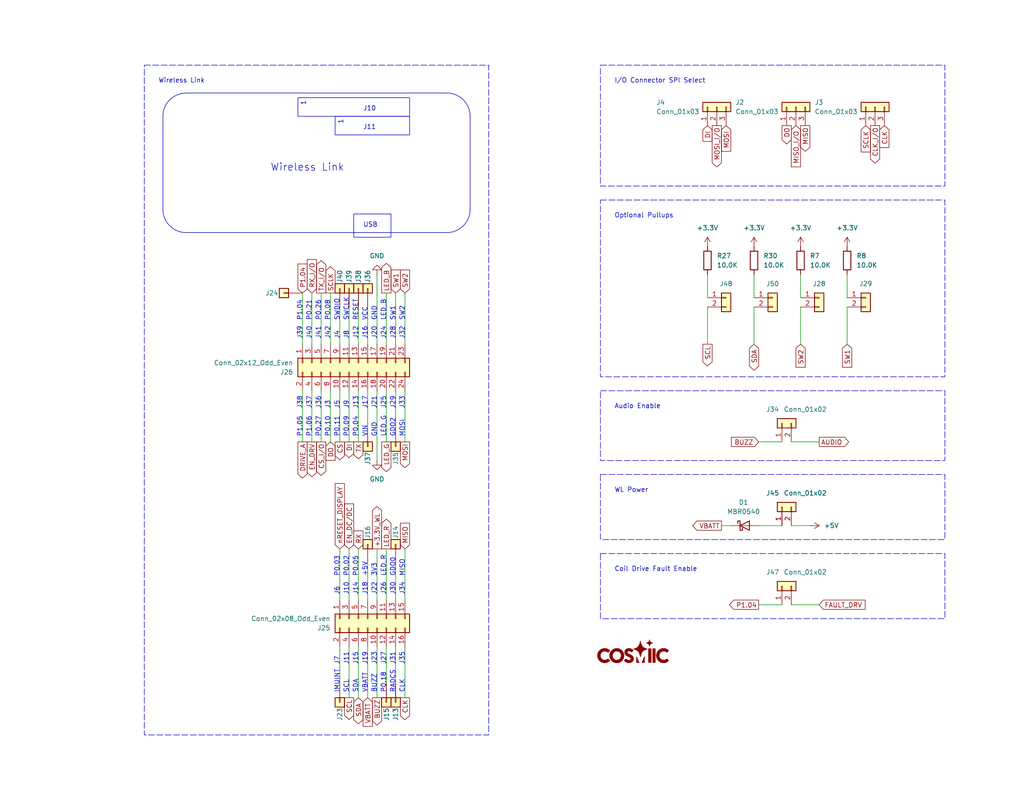
<source format=kicad_sch>
(kicad_sch (version 20231120) (generator "eeschema") (generator_version "8.0")
  (paper "A")
  (title_block (title "Smart Battery Charger - Wireless Link") (date "2025-04-14") (rev "A"))
  (lib_symbols
    (symbol "COSMiiC-1000:LOGO" (pin_names (offset 1.016)))
    (symbol "Conn_01x01_1" (pin_numbers hide) (pin_names (offset 1.016) hide)
      (property "Reference" "J" (at 0 2.54 0))
      (property "Value" "Conn_01x01" (at 0 -2.54 0))
      (symbol "Conn_01x01_1_1_1"
        (pin passive line (at -5.08 0 0) (length 3.81) (name "Pin_1") (number "1"))
      )
    )
    (symbol "Conn_01x01_2" (pin_numbers hide) (pin_names (offset 1.016) hide)
      (property "Reference" "J" (at 0 2.54 0))
      (property "Value" "Conn_01x01" (at 0 -2.54 0))
      (symbol "Conn_01x01_2_1_1"
        (pin passive line (at -5.08 0 0) (length 3.81) (name "Pin_1") (number "1"))
      )
    )
    (symbol "Conn_01x01_3" (pin_numbers hide) (pin_names (offset 1.016) hide)
      (property "Reference" "J" (at 0 2.54 0))
      (property "Value" "Conn_01x01" (at 0 -2.54 0))
      (symbol "Conn_01x01_3_1_1"
        (pin passive line (at -5.08 0 0) (length 3.81) (name "Pin_1") (number "1"))
      )
    )
    (symbol "Connector_Generic:Conn_01x01" (pin_numbers hide) (pin_names (offset 1.016) hide)
      (property "Reference" "J" (at 0 2.54 0))
      (property "Value" "Conn_01x01" (at 0 -2.54 0))
      (symbol "Conn_01x01_1_1"
        (pin passive line (at -5.08 0 0) (length 3.81) (name "Pin_1") (number "1"))
      )
    )
    (symbol "Connector_Generic:Conn_01x02" (pin_names (offset 1.016) hide)
      (property "Reference" "J" (at 0 2.54 0))
      (property "Value" "Conn_01x02" (at 0 -5.08 0))
      (symbol "Conn_01x02_1_1"
        (pin passive line (at -5.08 0 0) (length 3.81) (name "Pin_1") (number "1"))
        (pin passive line (at -5.08 -2.54 0) (length 3.81) (name "Pin_2") (number "2"))
      )
    )
    (symbol "Connector_Generic:Conn_01x03" (pin_names (offset 1.016) hide)
      (property "Reference" "J" (at 0 5.08 0))
      (property "Value" "Conn_01x03" (at 0 -5.08 0))
      (symbol "Conn_01x03_1_1"
        (pin passive line (at -5.08 2.54 0) (length 3.81) (name "Pin_1") (number "1"))
        (pin passive line (at -5.08 0 0) (length 3.81) (name "Pin_2") (number "2"))
        (pin passive line (at -5.08 -2.54 0) (length 3.81) (name "Pin_3") (number "3"))
      )
    )
    (symbol "Connector_Generic:Conn_02x08_Odd_Even" (pin_names (offset 1.016) hide)
      (property "Reference" "J" (at 1.27 10.16 0))
      (property "Value" "Conn_02x08_Odd_Even" (at 1.27 -12.7 0))
      (symbol "Conn_02x08_Odd_Even_1_1"
        (pin passive line (at -5.08 7.62 0) (length 3.81) (name "Pin_1") (number "1"))
        (pin passive line (at 7.62 -2.54 180) (length 3.81) (name "Pin_10") (number "10"))
        (pin passive line (at -5.08 -5.08 0) (length 3.81) (name "Pin_11") (number "11"))
        (pin passive line (at 7.62 -5.08 180) (length 3.81) (name "Pin_12") (number "12"))
        (pin passive line (at -5.08 -7.62 0) (length 3.81) (name "Pin_13") (number "13"))
        (pin passive line (at 7.62 -7.62 180) (length 3.81) (name "Pin_14") (number "14"))
        (pin passive line (at -5.08 -10.16 0) (length 3.81) (name "Pin_15") (number "15"))
        (pin passive line (at 7.62 -10.16 180) (length 3.81) (name "Pin_16") (number "16"))
        (pin passive line (at 7.62 7.62 180) (length 3.81) (name "Pin_2") (number "2"))
        (pin passive line (at -5.08 5.08 0) (length 3.81) (name "Pin_3") (number "3"))
        (pin passive line (at 7.62 5.08 180) (length 3.81) (name "Pin_4") (number "4"))
        (pin passive line (at -5.08 2.54 0) (length 3.81) (name "Pin_5") (number "5"))
        (pin passive line (at 7.62 2.54 180) (length 3.81) (name "Pin_6") (number "6"))
        (pin passive line (at -5.08 0 0) (length 3.81) (name "Pin_7") (number "7"))
        (pin passive line (at 7.62 0 180) (length 3.81) (name "Pin_8") (number "8"))
        (pin passive line (at -5.08 -2.54 0) (length 3.81) (name "Pin_9") (number "9"))
      )
    )
    (symbol "Connector_Generic:Conn_02x12_Odd_Even" (pin_names (offset 1.016) hide)
      (property "Reference" "J" (at 1.27 15.24 0))
      (property "Value" "Conn_02x12_Odd_Even" (at 1.27 -17.78 0))
      (symbol "Conn_02x12_Odd_Even_1_1"
        (pin passive line (at -5.08 12.7 0) (length 3.81) (name "Pin_1") (number "1"))
        (pin passive line (at 7.62 2.54 180) (length 3.81) (name "Pin_10") (number "10"))
        (pin passive line (at -5.08 0 0) (length 3.81) (name "Pin_11") (number "11"))
        (pin passive line (at 7.62 0 180) (length 3.81) (name "Pin_12") (number "12"))
        (pin passive line (at -5.08 -2.54 0) (length 3.81) (name "Pin_13") (number "13"))
        (pin passive line (at 7.62 -2.54 180) (length 3.81) (name "Pin_14") (number "14"))
        (pin passive line (at -5.08 -5.08 0) (length 3.81) (name "Pin_15") (number "15"))
        (pin passive line (at 7.62 -5.08 180) (length 3.81) (name "Pin_16") (number "16"))
        (pin passive line (at -5.08 -7.62 0) (length 3.81) (name "Pin_17") (number "17"))
        (pin passive line (at 7.62 -7.62 180) (length 3.81) (name "Pin_18") (number "18"))
        (pin passive line (at -5.08 -10.16 0) (length 3.81) (name "Pin_19") (number "19"))
        (pin passive line (at 7.62 12.7 180) (length 3.81) (name "Pin_2") (number "2"))
        (pin passive line (at 7.62 -10.16 180) (length 3.81) (name "Pin_20") (number "20"))
        (pin passive line (at -5.08 -12.7 0) (length 3.81) (name "Pin_21") (number "21"))
        (pin passive line (at 7.62 -12.7 180) (length 3.81) (name "Pin_22") (number "22"))
        (pin passive line (at -5.08 -15.24 0) (length 3.81) (name "Pin_23") (number "23"))
        (pin passive line (at 7.62 -15.24 180) (length 3.81) (name "Pin_24") (number "24"))
        (pin passive line (at -5.08 10.16 0) (length 3.81) (name "Pin_3") (number "3"))
        (pin passive line (at 7.62 10.16 180) (length 3.81) (name "Pin_4") (number "4"))
        (pin passive line (at -5.08 7.62 0) (length 3.81) (name "Pin_5") (number "5"))
        (pin passive line (at 7.62 7.62 180) (length 3.81) (name "Pin_6") (number "6"))
        (pin passive line (at -5.08 5.08 0) (length 3.81) (name "Pin_7") (number "7"))
        (pin passive line (at 7.62 5.08 180) (length 3.81) (name "Pin_8") (number "8"))
        (pin passive line (at -5.08 2.54 0) (length 3.81) (name "Pin_9") (number "9"))
      )
    )
    (symbol "Device:R" (pin_numbers hide) (pin_names (offset 0))
      (property "Reference" "R" (at 2.032 0 90))
      (property "Value" "R" (at 0 0 90))
      (symbol "R_1_1"
        (pin passive line (at 0 3.81 270) (length 1.27) (name "~") (number "1"))
        (pin passive line (at 0 -3.81 90) (length 1.27) (name "~") (number "2"))
      )
    )
    (symbol "Diode:MBR0540" (pin_numbers hide) (pin_names (offset 1.016) hide)
      (property "Reference" "D" (at 0 2.54 0))
      (property "Value" "MBR0540" (at 0 -2.54 0))
      (symbol "MBR0540_1_1"
        (pin passive line (at -3.81 0 0) (length 2.54) (name "K") (number "1"))
        (pin passive line (at 3.81 0 180) (length 2.54) (name "A") (number "2"))
      )
    )
    (symbol "power:+3.3V" (power) (pin_names (offset 0))
      (property "Value" "+3.3V" (at 0 3.556 0))
      (symbol "+3.3V_1_1"
        (pin power_in line (at 0 0 90) (length 0) hide (name "+3.3V") (number "1"))
      )
    )
    (symbol "power:+5V" (power) (pin_names (offset 0))
      (property "Value" "+5V" (at 0 3.556 0))
      (symbol "+5V_1_1"
        (pin power_in line (at 0 0 90) (length 0) hide (name "+5V") (number "1"))
      )
    )
    (symbol "power:GND" (power) (pin_names (offset 0))
      (property "Value" "GND" (at 0 -3.81 0))
      (symbol "GND_1_1"
        (pin power_in line (at 0 0 270) (length 0) hide (name "GND") (number "1"))
      )
    )
  )
  (wire (pts (xy 95.25 106.68) (xy 95.25 120.65)))
  (wire (pts (xy 231.14 74.93) (xy 231.14 81.28)))
  (wire (pts (xy 207.01 120.65) (xy 213.36 120.65)))
  (wire (pts (xy 100.33 176.53) (xy 100.33 190.5)))
  (wire (pts (xy 218.44 83.82) (xy 218.44 93.98)))
  (wire (pts (xy 105.41 176.53) (xy 105.41 186.69)))
  (wire (pts (xy 193.04 83.82) (xy 193.04 93.98)))
  (polyline (pts (xy 50.8 25.4) (xy 121.92 25.4)))
  (wire (pts (xy 205.74 83.82) (xy 205.74 93.98)))
  (wire (pts (xy 97.79 106.68) (xy 97.79 120.65)))
  (wire (pts (xy 102.87 149.86) (xy 102.87 163.83)))
  (wire (pts (xy 215.9 165.1) (xy 223.52 165.1)))
  (wire (pts (xy 82.55 80.01) (xy 82.55 93.98)))
  (wire (pts (xy 100.33 83.82) (xy 100.33 93.98)))
  (wire (pts (xy 218.44 74.93) (xy 218.44 81.28)))
  (wire (pts (xy 105.41 106.68) (xy 105.41 120.65)))
  (wire (pts (xy 100.33 153.67) (xy 100.33 163.83)))
  (wire (pts (xy 87.63 106.68) (xy 87.63 120.65)))
  (wire (pts (xy 110.49 149.86) (xy 110.49 163.83)))
  (wire (pts (xy 110.49 176.53) (xy 110.49 190.5)))
  (wire (pts (xy 107.95 80.01) (xy 107.95 93.98)))
  (wire (pts (xy 207.01 143.51) (xy 213.36 143.51)))
  (wire (pts (xy 193.04 74.93) (xy 193.04 81.28)))
  (wire (pts (xy 90.17 80.01) (xy 90.17 93.98)))
  (wire (pts (xy 102.87 74.93) (xy 102.87 93.98)))
  (wire (pts (xy 92.71 83.82) (xy 92.71 93.98)))
  (wire (pts (xy 110.49 106.68) (xy 110.49 120.65)))
  (wire (pts (xy 215.9 143.51) (xy 220.98 143.51)))
  (wire (pts (xy 92.71 149.86) (xy 92.71 163.83)))
  (polyline (pts (xy 128.27 31.75) (xy 128.27 57.15)))
  (wire (pts (xy 85.09 80.01) (xy 85.09 93.98)))
  (wire (pts (xy 87.63 80.01) (xy 87.63 93.98)))
  (wire (pts (xy 215.9 120.65) (xy 223.52 120.65)))
  (wire (pts (xy 92.71 176.53) (xy 92.71 186.69)))
  (wire (pts (xy 207.01 165.1) (xy 213.36 165.1)))
  (wire (pts (xy 95.25 176.53) (xy 95.25 190.5)))
  (wire (pts (xy 205.74 74.93) (xy 205.74 81.28)))
  (wire (pts (xy 90.17 106.68) (xy 90.17 120.65)))
  (wire (pts (xy 107.95 106.68) (xy 107.95 116.84)))
  (wire (pts (xy 97.79 176.53) (xy 97.79 190.5)))
  (wire (pts (xy 82.55 106.68) (xy 82.55 120.65)))
  (wire (pts (xy 95.25 83.82) (xy 95.25 93.98)))
  (wire (pts (xy 100.33 106.68) (xy 100.33 116.84)))
  (wire (pts (xy 102.87 176.53) (xy 102.87 190.5)))
  (wire (pts (xy 97.79 83.82) (xy 97.79 93.98)))
  (wire (pts (xy 92.71 106.68) (xy 92.71 120.65)))
  (wire (pts (xy 105.41 80.01) (xy 105.41 93.98)))
  (wire (pts (xy 105.41 149.86) (xy 105.41 163.83)))
  (wire (pts (xy 231.14 83.82) (xy 231.14 93.98)))
  (wire (pts (xy 95.25 149.86) (xy 95.25 163.83)))
  (polyline (pts (xy 44.45 31.75) (xy 44.45 57.15)))
  (polyline (pts (xy 50.8 63.5) (xy 121.92 63.5)))
  (wire (pts (xy 85.09 106.68) (xy 85.09 120.65)))
  (wire (pts (xy 102.87 106.68) (xy 102.87 125.73)))
  (wire (pts (xy 107.95 153.67) (xy 107.95 163.83)))
  (wire (pts (xy 97.79 149.86) (xy 97.79 163.83)))
  (wire (pts (xy 110.49 80.01) (xy 110.49 93.98)))
  (wire (pts (xy 107.95 176.53) (xy 107.95 186.69)))
  (wire (pts (xy 196.85 143.51) (xy 199.39 143.51)))
  (rectangle (start 163.83 129.54) (end 257.81 147.32) (stroke (width 0) (type dash)))
  (rectangle (start 163.83 54.61) (end 257.81 102.87) (stroke (width 0) (type dash)))
  (rectangle (start 39.37 17.78) (end 133.35 200.66) (stroke (width 0) (type dash)))
  (arc (start 44.45 31.75) (mid 46.311 27.261) (end 50.8 25.4))
  (arc (start 128.274 57.154) (mid 126.413 61.643) (end 121.924 63.504))
  (rectangle (start 96.52 58.42) (end 106.68 64.77))
  (rectangle (start 163.83 106.68) (end 257.81 125.73) (stroke (width 0) (type dash)))
  (rectangle (start 163.83 151.13) (end 257.81 168.91) (stroke (width 0) (type dash)))
  (rectangle (start 163.83 17.78) (end 257.81 50.8) (stroke (width 0) (type dash)))
  (rectangle (start 91.44 31.75) (end 111.76 36.83))
  (arc (start 50.796 63.504) (mid 46.307 61.643) (end 44.446 57.154))
  (rectangle (start 81.28 26.67) (end 111.76 31.75))
  (arc (start 121.924 25.396) (mid 126.413 27.257) (end 128.274 31.746))
  (text "J11" (at 95.25 181.61 90) (effects (font (size 1.27 1.27)) (justify left bottom)))
  (text "RESET" (at 97.79 87.63 90) (effects (font (size 1.27 1.27)) (justify left bottom)))
  (text "USB" (at 99.06 62.23 0) (effects (font (size 1.27 1.27)) (justify left bottom)))
  (text "SDA" (at 97.79 189.23 90) (effects (font (size 1.27 1.27)) (justify left bottom)))
  (text "MOSI" (at 110.49 119.38 90) (effects (font (size 1.27 1.27)) (justify left bottom)))
  (text "J31" (at 107.95 181.61 90) (effects (font (size 1.27 1.27)) (justify left bottom)))
  (text "J6" (at 92.71 162.56 90) (effects (font (size 1.27 1.27)) (justify left bottom)))
  (text "Wireless Link" (at 93.98 46.99 0) (effects (font (size 2.032 2.032)) (justify right bottom)))
  (text "VIN" (at 100.33 119.38 90) (effects (font (size 1.27 1.27)) (justify left bottom)))
  (text "J10" (at 99.06 30.48 0) (effects (font (size 1.27 1.27)) (justify left bottom)))
  (text "J18" (at 100.33 162.56 90) (effects (font (size 1.27 1.27)) (justify left bottom)))
  (text "J32" (at 110.49 92.71 90) (effects (font (size 1.27 1.27)) (justify left bottom)))
  (text "P0.10" (at 90.17 119.38 90) (effects (font (size 1.27 1.27)) (justify left bottom)))
  (text "P0.05" (at 97.79 157.48 90) (effects (font (size 1.27 1.27)) (justify left bottom)))
  (text "LED_R" (at 105.41 157.48 90) (effects (font (size 1.27 1.27)) (justify left bottom)))
  (text "J4" (at 92.71 92.71 90) (effects (font (size 1.27 1.27)) (justify left bottom)))
  (text "P1.06" (at 85.09 119.38 90) (effects (font (size 1.27 1.27)) (justify left bottom)))
  (text "SWDIO" (at 92.71 87.63 90) (effects (font (size 1.27 1.27)) (justify left bottom)))
  (text "J41" (at 87.63 92.71 90) (effects (font (size 1.27 1.27)) (justify left bottom)))
  (text "VCC" (at 100.33 87.63 90) (effects (font (size 1.27 1.27)) (justify left bottom)))
  (text "J25" (at 105.41 111.76 90) (effects (font (size 1.27 1.27)) (justify left bottom)))
  (text "J38" (at 82.55 111.76 90) (effects (font (size 1.27 1.27)) (justify left bottom)))
  (text "J19" (at 100.33 181.61 90) (effects (font (size 1.27 1.27)) (justify left bottom)))
  (text "GDO2" (at 107.95 119.38 90) (effects (font (size 1.27 1.27)) (justify left bottom)))
  (text "GND" (at 102.87 87.63 90) (effects (font (size 1.27 1.27)) (justify left bottom)))
  (text "J7" (at 92.71 181.61 90) (effects (font (size 1.27 1.27)) (justify left bottom)))
  (text "J22" (at 102.87 162.56 90) (effects (font (size 1.27 1.27)) (justify left bottom)))
  (text "Wireless Link" (at 43.18 22.86 0) (effects (font (size 1.27 1.27)) (justify left bottom)))
  (text "SCL" (at 95.25 189.23 90) (effects (font (size 1.27 1.27)) (justify left bottom)))
  (text "IMUINT" (at 92.71 189.23 90) (effects (font (size 1.27 1.27)) (justify left bottom)))
  (text "J40\n" (at 85.09 92.71 90) (effects (font (size 1.27 1.27)) (justify left bottom)))
  (text "Coil Drive Fault Enable" (at 167.64 156.21 0) (effects (font (size 1.27 1.27)) (justify left bottom)))
  (text "J30" (at 107.95 162.56 90) (effects (font (size 1.27 1.27)) (justify left bottom)))
  (text "P0.11" (at 92.71 119.38 90) (effects (font (size 1.27 1.27)) (justify left bottom)))
  (text "J28" (at 107.95 92.71 90) (effects (font (size 1.27 1.27)) (justify left bottom)))
  (text "P1.05" (at 82.55 119.38 90) (effects (font (size 1.27 1.27)) (justify left bottom)))
  (text "CLK" (at 110.49 189.23 90) (effects (font (size 1.27 1.27)) (justify left bottom)))
  (text "P0.02" (at 95.25 157.48 90) (effects (font (size 1.27 1.27)) (justify left bottom)))
  (text "J34" (at 110.49 162.56 90) (effects (font (size 1.27 1.27)) (justify left bottom)))
  (text "1" (at 83.566 28.956 90) (effects (font (size 1.27 1.27)) (justify left bottom)))
  (text "J21" (at 102.87 111.76 90) (effects (font (size 1.27 1.27)) (justify left bottom)))
  (text "J37" (at 85.09 111.76 90) (effects (font (size 1.27 1.27)) (justify left bottom)))
  (text "1" (at 93.726 34.036 90) (effects (font (size 1.27 1.27)) (justify left bottom)))
  (text "P0.08" (at 90.17 87.63 90) (effects (font (size 1.27 1.27)) (justify left bottom)))
  (text "I/O Connector SPI Select" (at 167.64 22.86 0) (effects (font (size 1.27 1.27)) (justify left bottom)))
  (text "SWCLK" (at 95.25 87.63 90) (effects (font (size 1.27 1.27)) (justify left bottom)))
  (text "GND" (at 102.87 119.38 90) (effects (font (size 1.27 1.27)) (justify left bottom)))
  (text "J12" (at 97.79 92.71 90) (effects (font (size 1.27 1.27)) (justify left bottom)))
  (text "J3" (at 90.17 111.76 90) (effects (font (size 1.27 1.27)) (justify left bottom)))
  (text "VBATT" (at 100.33 189.23 90) (effects (font (size 1.27 1.27)) (justify left bottom)))
  (text "J9" (at 95.25 111.76 90) (effects (font (size 1.27 1.27)) (justify left bottom)))
  (text "BUZZ" (at 102.87 189.23 90) (effects (font (size 1.27 1.27)) (justify left bottom)))
  (text "P0.21" (at 85.09 87.63 90) (effects (font (size 1.27 1.27)) (justify left bottom)))
  (text "J11" (at 99.06 35.56 0) (effects (font (size 1.27 1.27)) (justify left bottom)))
  (text "MISO" (at 110.49 157.48 90) (effects (font (size 1.27 1.27)) (justify left bottom)))
  (text "3V3" (at 102.87 157.48 90) (effects (font (size 1.27 1.27)) (justify left bottom)))
  (text "J26" (at 105.41 162.56 90) (effects (font (size 1.27 1.27)) (justify left bottom)))
  (text "WL Power" (at 167.64 134.62 0) (effects (font (size 1.27 1.27)) (justify left bottom)))
  (text "J10" (at 95.25 162.56 90) (effects (font (size 1.27 1.27)) (justify left bottom)))
  (text "P0.04" (at 97.79 119.38 90) (effects (font (size 1.27 1.27)) (justify left bottom)))
  (text "J24" (at 105.41 92.71 90) (effects (font (size 1.27 1.27)) (justify left bottom)))
  (text "P1.04" (at 82.55 87.63 90) (effects (font (size 1.27 1.27)) (justify left bottom)))
  (text "LED_G" (at 105.41 119.38 90) (effects (font (size 1.27 1.27)) (justify left bottom)))
  (text "P0.09" (at 95.25 119.38 90) (effects (font (size 1.27 1.27)) (justify left bottom)))
  (text "RADCS" (at 107.95 189.23 90) (effects (font (size 1.27 1.27)) (justify left bottom)))
  (text "J14" (at 97.79 162.56 90) (effects (font (size 1.27 1.27)) (justify left bottom)))
  (text "J17" (at 100.33 111.76 90) (effects (font (size 1.27 1.27)) (justify left bottom)))
  (text "SW2" (at 110.49 87.63 90) (effects (font (size 1.27 1.27)) (justify left bottom)))
  (text "Optional Pullups" (at 167.64 59.69 0) (effects (font (size 1.27 1.27)) (justify left bottom)))
  (text "J33" (at 110.49 111.76 90) (effects (font (size 1.27 1.27)) (justify left bottom)))
  (text "J35" (at 110.49 181.61 90) (effects (font (size 1.27 1.27)) (justify left bottom)))
  (text "J15" (at 97.79 181.61 90) (effects (font (size 1.27 1.27)) (justify left bottom)))
  (text "GDO0" (at 107.95 157.48 90) (effects (font (size 1.27 1.27)) (justify left bottom)))
  (text "J20" (at 102.87 92.71 90) (effects (font (size 1.27 1.27)) (justify left bottom)))
  (text "J13" (at 97.79 111.76 90) (effects (font (size 1.27 1.27)) (justify left bottom)))
  (text "J23" (at 102.87 181.61 90) (effects (font (size 1.27 1.27)) (justify left bottom)))
  (text "J16" (at 100.33 92.71 90) (effects (font (size 1.27 1.27)) (justify left bottom)))
  (text "J27" (at 105.41 181.61 90) (effects (font (size 1.27 1.27)) (justify left bottom)))
  (text "J29" (at 107.95 111.76 90) (effects (font (size 1.27 1.27)) (justify left bottom)))
  (text "P0.18" (at 105.41 189.23 90) (effects (font (size 1.27 1.27)) (justify left bottom)))
  (text "J8" (at 95.25 92.71 90) (effects (font (size 1.27 1.27)) (justify left bottom)))
  (text "J36" (at 87.63 111.76 90) (effects (font (size 1.27 1.27)) (justify left bottom)))
  (text "+5V" (at 100.33 157.48 90) (effects (font (size 1.27 1.27)) (justify left bottom)))
  (text "J42" (at 90.17 92.71 90) (effects (font (size 1.27 1.27)) (justify left bottom)))
  (text "J5" (at 92.71 111.76 90) (effects (font (size 1.27 1.27)) (justify left bottom)))
  (text "P0.03" (at 92.71 157.48 90) (effects (font (size 1.27 1.27)) (justify left bottom)))
  (text "LED_B" (at 105.41 87.63 90) (effects (font (size 1.27 1.27)) (justify left bottom)))
  (text "SW1" (at 107.95 87.63 90) (effects (font (size 1.27 1.27)) (justify left bottom)))
  (text "P0.26" (at 87.63 87.63 90) (effects (font (size 1.27 1.27)) (justify left bottom)))
  (text "Audio Enable" (at 167.64 111.76 0) (effects (font (size 1.27 1.27)) (justify left bottom)))
  (text "P0.27" (at 87.63 119.38 90) (effects (font (size 1.27 1.27)) (justify left bottom)))
  (text "J39" (at 82.55 92.71 90) (effects (font (size 1.27 1.27)) (justify left bottom)))
  (global_label "DO" (shape input) (at 90.17 120.65 270) (property "Intersheetrefs" "${INTERSHEET_REFS}" (effects (hide yes))))
  (global_label "RX_I{slash}O" (shape input) (at 85.09 80.01 90) (property "Intersheetrefs" "${INTERSHEET_REFS}" (effects (hide yes))))
  (global_label "MISO" (shape output) (at 219.71 34.29 270) (property "Intersheetrefs" "${INTERSHEET_REFS}" (effects (hide yes))))
  (global_label "EN_DC{slash}DC" (shape input) (at 95.25 149.86 90) (property "Intersheetrefs" "${INTERSHEET_REFS}" (effects (hide yes))))
  (global_label "CS_I{slash}O" (shape output) (at 87.63 120.65 270) (property "Intersheetrefs" "${INTERSHEET_REFS}" (effects (hide yes))))
  (global_label "SCL" (shape output) (at 193.04 93.98 270) (property "Intersheetrefs" "${INTERSHEET_REFS}" (effects (hide yes))))
  (global_label "BUZZ" (shape input) (at 207.01 120.65 180) (property "Intersheetrefs" "${INTERSHEET_REFS}" (effects (hide yes))))
  (global_label "CLK_I{slash}O" (shape output) (at 238.76 34.29 270) (property "Intersheetrefs" "${INTERSHEET_REFS}" (effects (hide yes))))
  (global_label "VBATT" (shape input) (at 100.33 190.5 270) (property "Intersheetrefs" "${INTERSHEET_REFS}" (effects (hide yes))))
  (global_label "MOSI" (shape input) (at 198.12 34.29 270) (property "Intersheetrefs" "${INTERSHEET_REFS}" (effects (hide yes))))
  (global_label "CLK" (shape input) (at 241.3 34.29 270) (property "Intersheetrefs" "${INTERSHEET_REFS}" (effects (hide yes))))
  (global_label "EN_DRV" (shape output) (at 85.09 120.65 270) (property "Intersheetrefs" "${INTERSHEET_REFS}" (effects (hide yes))))
  (global_label "SCLK" (shape input) (at 236.22 34.29 270) (property "Intersheetrefs" "${INTERSHEET_REFS}" (effects (hide yes))))
  (global_label "RX" (shape input) (at 97.79 149.86 90) (property "Intersheetrefs" "${INTERSHEET_REFS}" (effects (hide yes))))
  (global_label "P1.04" (shape input) (at 82.55 80.01 90) (property "Intersheetrefs" "${INTERSHEET_REFS}" (effects (hide yes))))
  (global_label "LED_B" (shape output) (at 105.41 80.01 90) (property "Intersheetrefs" "${INTERSHEET_REFS}" (effects (hide yes))))
  (global_label "MISO_I{slash}O" (shape input) (at 217.17 34.29 270) (property "Intersheetrefs" "${INTERSHEET_REFS}" (effects (hide yes))))
  (global_label "CS" (shape output) (at 92.71 120.65 270) (property "Intersheetrefs" "${INTERSHEET_REFS}" (effects (hide yes))))
  (global_label "TX_I{slash}O" (shape output) (at 87.63 80.01 90) (property "Intersheetrefs" "${INTERSHEET_REFS}" (effects (hide yes))))
  (global_label "FAULT_DRV" (shape input) (at 223.52 165.1 0) (property "Intersheetrefs" "${INTERSHEET_REFS}" (effects (hide yes))))
  (global_label "DI" (shape output) (at 95.25 120.65 270) (property "Intersheetrefs" "${INTERSHEET_REFS}" (effects (hide yes))))
  (global_label "SDA" (shape bidirectional) (at 97.79 190.5 270) (property "Intersheetrefs" "${INTERSHEET_REFS}" (effects (hide yes))))
  (global_label "P1.04" (shape output) (at 207.01 165.1 180) (property "Intersheetrefs" "${INTERSHEET_REFS}" (effects (hide yes))))
  (global_label "SDA" (shape bidirectional) (at 205.74 93.98 270) (property "Intersheetrefs" "${INTERSHEET_REFS}" (effects (hide yes))))
  (global_label "LED_R" (shape output) (at 105.41 149.86 90) (property "Intersheetrefs" "${INTERSHEET_REFS}" (effects (hide yes))))
  (global_label "VBATT" (shape output) (at 196.85 143.51 180) (property "Intersheetrefs" "${INTERSHEET_REFS}" (effects (hide yes))))
  (global_label "MISO" (shape input) (at 110.49 149.86 90) (property "Intersheetrefs" "${INTERSHEET_REFS}" (effects (hide yes))))
  (global_label "DO" (shape output) (at 214.63 34.29 270) (property "Intersheetrefs" "${INTERSHEET_REFS}" (effects (hide yes))))
  (global_label "AUDIO" (shape output) (at 223.52 120.65 0) (property "Intersheetrefs" "${INTERSHEET_REFS}" (effects (hide yes))))
  (global_label "DRIVE_A" (shape output) (at 82.55 120.65 270) (property "Intersheetrefs" "${INTERSHEET_REFS}" (effects (hide yes))))
  (global_label "SW1" (shape input) (at 107.95 80.01 90) (property "Intersheetrefs" "${INTERSHEET_REFS}" (effects (hide yes))))
  (global_label "MOSI_I{slash}O" (shape output) (at 195.58 34.29 270) (property "Intersheetrefs" "${INTERSHEET_REFS}" (effects (hide yes))))
  (global_label "SW2" (shape input) (at 218.44 93.98 270) (property "Intersheetrefs" "${INTERSHEET_REFS}" (effects (hide yes))))
  (global_label "MOSI" (shape output) (at 110.49 120.65 270) (property "Intersheetrefs" "${INTERSHEET_REFS}" (effects (hide yes))))
  (global_label "TX" (shape output) (at 97.79 120.65 270) (property "Intersheetrefs" "${INTERSHEET_REFS}" (effects (hide yes))))
  (global_label "nRESET_DISPLAY" (shape input) (at 92.71 149.86 90) (property "Intersheetrefs" "${INTERSHEET_REFS}" (effects (hide yes))))
  (global_label "BUZZ" (shape output) (at 102.87 190.5 270) (property "Intersheetrefs" "${INTERSHEET_REFS}" (effects (hide yes))))
  (global_label "DI" (shape input) (at 193.04 34.29 270) (property "Intersheetrefs" "${INTERSHEET_REFS}" (effects (hide yes))))
  (global_label "SW2" (shape input) (at 110.49 80.01 90) (property "Intersheetrefs" "${INTERSHEET_REFS}" (effects (hide yes))))
  (global_label "CLK" (shape output) (at 110.49 190.5 270) (property "Intersheetrefs" "${INTERSHEET_REFS}" (effects (hide yes))))
  (global_label "SCLK" (shape output) (at 90.17 80.01 90) (property "Intersheetrefs" "${INTERSHEET_REFS}" (effects (hide yes))))
  (global_label "+3.3V_WL" (shape output) (at 102.87 149.86 90) (property "Intersheetrefs" "${INTERSHEET_REFS}" (effects (hide yes))))
  (global_label "SCL" (shape output) (at 95.25 190.5 270) (property "Intersheetrefs" "${INTERSHEET_REFS}" (effects (hide yes))))
  (global_label "LED_G" (shape output) (at 105.41 120.65 270) (property "Intersheetrefs" "${INTERSHEET_REFS}" (effects (hide yes))))
  (global_label "SW1" (shape input) (at 231.14 93.98 270) (property "Intersheetrefs" "${INTERSHEET_REFS}" (effects (hide yes))))
  (symbol (lib_id "Device:R") (at 218.44 71.12 0) (unit 1)
    (property "Reference" "R7" (at 220.98 69.85 0) (effects (justify left)))
    (property "Value" "10.0K" (at 220.98 72.39 0) (effects (justify left)))
    (property "Footprint" "Resistor_SMD:R_0603_1608Metric" (effects (hide yes)))
  )
  (symbol (lib_name "Conn_01x01_3") (lib_id "Connector_Generic:Conn_01x01") (at 95.25 78.74 90) (unit 1)
    (property "Reference" "J39" (at 95.25 73.66 0) (effects (justify right)))
    (property "Value" "Conn_01x01" (effects (hide yes)))
    (property "Footprint" "Connector_Pin:Pin_D1.0mm_L10.0mm" (effects (hide yes)))
  )
  (symbol (lib_id "Connector_Generic:Conn_02x12_Odd_Even") (at 95.25 99.06 90) (mirror x) (unit 1)
    (property "Reference" "J26" (at 80.01 101.6 90) (effects (justify left)))
    (property "Value" "Conn_02x12_Odd_Even" (at 80.01 99.06 90) (effects (justify left)))
    (property "Footprint" "Connector_PinSocket_2.54mm:PinSocket_2x12_P2.54mm_Vertical" (effects (hide yes)))
  )
  (symbol (lib_id "Connector_Generic:Conn_01x02") (at 223.52 81.28 0) (unit 1)
    (property "Reference" "J28" (at 223.52 77.47 0))
    (property "Value" "Conn_01x02" (effects (hide yes)))
    (property "Footprint" "Connector_PinHeader_2.54mm:PinHeader_1x02_P2.54mm_Vertical" (effects (hide yes)))
  )
  (symbol (lib_name "Conn_01x01_1") (lib_id "Connector_Generic:Conn_01x01") (at 107.95 191.77 270) (unit 1)
    (property "Reference" "J13" (at 107.95 196.85 0) (effects (justify right)))
    (property "Value" "Conn_01x01" (effects (hide yes)))
    (property "Footprint" "Connector_Pin:Pin_D1.0mm_L10.0mm" (effects (hide yes)))
  )
  (symbol (lib_id "Connector_Generic:Conn_01x03") (at 238.76 29.21 90) (unit 1)
    (property "Reference" "J3" (at 222.25 27.94 90) (effects (justify right)))
    (property "Value" "Conn_01x03" (at 222.25 30.48 90) (effects (justify right)))
    (property "Footprint" "Connector_PinHeader_2.54mm:PinHeader_1x03_P2.54mm_Vertical" (effects (hide yes)))
  )
  (symbol (lib_id "power:+3.3V") (at 231.14 67.31 0) (unit 1)
    (property "Reference" "#PWR085" (effects (hide yes)))
    (property "Value" "+3.3V" (at 231.14 62.23 0))
  )
  (symbol (lib_id "Connector_Generic:Conn_01x01") (at 92.71 78.74 90) (unit 1)
    (property "Reference" "J40" (at 92.71 73.66 0) (effects (justify right)))
    (property "Value" "Conn_01x01" (effects (hide yes)))
    (property "Footprint" "Connector_Pin:Pin_D1.0mm_L10.0mm" (effects (hide yes)))
  )
  (symbol (lib_name "Conn_01x01_1") (lib_id "Connector_Generic:Conn_01x01") (at 107.95 148.59 90) (unit 1)
    (property "Reference" "J14" (at 107.95 143.51 0) (effects (justify right)))
    (property "Value" "Conn_01x01" (effects (hide yes)))
    (property "Footprint" "Connector_Pin:Pin_D1.0mm_L10.0mm" (effects (hide yes)))
  )
  (symbol (lib_id "Connector_Generic:Conn_01x02") (at 236.22 81.28 0) (unit 1)
    (property "Reference" "J29" (at 236.22 77.47 0))
    (property "Value" "Conn_01x02" (effects (hide yes)))
    (property "Footprint" "Connector_PinHeader_2.54mm:PinHeader_1x02_P2.54mm_Vertical" (effects (hide yes)))
  )
  (symbol (lib_id "power:+3.3V") (at 205.74 67.31 0) (unit 1)
    (property "Reference" "#PWR083" (effects (hide yes)))
    (property "Value" "+3.3V" (at 205.74 62.23 0))
  )
  (symbol (lib_id "power:+3.3V") (at 218.44 67.31 0) (unit 1)
    (property "Reference" "#PWR084" (effects (hide yes)))
    (property "Value" "+3.3V" (at 218.44 62.23 0))
  )
  (symbol (lib_id "Connector_Generic:Conn_01x02") (at 213.36 138.43 90) (unit 1)
    (property "Reference" "J45" (at 210.82 134.62 90))
    (property "Value" "Conn_01x02" (at 219.71 134.62 90))
    (property "Footprint" "Connector_PinHeader_2.54mm:PinHeader_1x02_P2.54mm_Vertical" (effects (hide yes)))
  )
  (symbol (lib_id "Device:R") (at 205.74 71.12 0) (unit 1)
    (property "Reference" "R30" (at 208.28 69.85 0) (effects (justify left)))
    (property "Value" "10.0K" (at 208.28 72.39 0) (effects (justify left)))
    (property "Footprint" "Resistor_SMD:R_0603_1608Metric" (effects (hide yes)))
  )
  (symbol (lib_id "Diode:MBR0540") (at 203.2 143.51 0) (unit 1)
    (property "Reference" "D1" (at 202.8825 137.16 0))
    (property "Value" "MBR0540" (at 202.8825 139.7 0))
    (property "Footprint" "Diode_SMD:D_SOD-123" (effects (hide yes)))
    (property "Datasheet" "http://www.mccsemi.com/up_pdf/MBR0520~MBR0580(SOD123).pdf" (effects (hide yes)))
  )
  (symbol (lib_name "Conn_01x01_1") (lib_id "Connector_Generic:Conn_01x01") (at 105.41 191.77 270) (unit 1)
    (property "Reference" "J15" (at 105.41 196.85 0) (effects (justify right)))
    (property "Value" "Conn_01x01" (effects (hide yes)))
    (property "Footprint" "Connector_Pin:Pin_D1.0mm_L10.0mm" (effects (hide yes)))
  )
  (symbol (lib_id "COSMiiC-1000:LOGO") (at 172.72 177.8 0) (unit 1)
    (property "Reference" "#G5" (effects (hide yes)))
    (property "Value" "LOGO" (effects (hide yes)))
  )
  (symbol (lib_name "Conn_01x01_1") (lib_id "Connector_Generic:Conn_01x01") (at 107.95 121.92 270) (unit 1)
    (property "Reference" "J35" (at 107.95 127 0) (effects (justify right)))
    (property "Value" "Conn_01x01" (effects (hide yes)))
    (property "Footprint" "Connector_Pin:Pin_D1.0mm_L10.0mm" (effects (hide yes)))
  )
  (symbol (lib_id "Connector_Generic:Conn_01x01") (at 77.47 80.01 180) (unit 1)
    (property "Reference" "J24" (at 72.39 80.01 0) (effects (justify right)))
    (property "Value" "Conn_01x01" (effects (hide yes)))
    (property "Footprint" "Connector_Pin:Pin_D1.0mm_L10.0mm" (effects (hide yes)))
  )
  (symbol (lib_id "Device:R") (at 231.14 71.12 0) (unit 1)
    (property "Reference" "R8" (at 233.68 69.85 0) (effects (justify left)))
    (property "Value" "10.0K" (at 233.68 72.39 0) (effects (justify left)))
    (property "Footprint" "Resistor_SMD:R_0603_1608Metric" (effects (hide yes)))
  )
  (symbol (lib_name "Conn_01x01_1") (lib_id "Connector_Generic:Conn_01x01") (at 100.33 148.59 90) (unit 1)
    (property "Reference" "J16" (at 100.33 143.51 0) (effects (justify right)))
    (property "Value" "Conn_01x01" (effects (hide yes)))
    (property "Footprint" "Connector_Pin:Pin_D1.0mm_L10.0mm" (effects (hide yes)))
  )
  (symbol (lib_id "Connector_Generic:Conn_01x02") (at 213.36 160.02 90) (unit 1)
    (property "Reference" "J47" (at 210.82 156.21 90))
    (property "Value" "Conn_01x02" (at 219.71 156.21 90))
    (property "Footprint" "Connector_PinHeader_2.54mm:PinHeader_1x02_P2.54mm_Vertical" (effects (hide yes)))
  )
  (symbol (lib_id "Connector_Generic:Conn_01x03") (at 195.58 29.21 90) (unit 1)
    (property "Reference" "J4" (at 179.07 27.94 90) (effects (justify right)))
    (property "Value" "Conn_01x03" (at 179.07 30.48 90) (effects (justify right)))
    (property "Footprint" "Connector_PinHeader_2.54mm:PinHeader_1x03_P2.54mm_Vertical" (effects (hide yes)))
  )
  (symbol (lib_name "Conn_01x01_2") (lib_id "Connector_Generic:Conn_01x01") (at 97.79 78.74 90) (unit 1)
    (property "Reference" "J38" (at 97.79 73.66 0) (effects (justify right)))
    (property "Value" "Conn_01x01" (effects (hide yes)))
    (property "Footprint" "Connector_Pin:Pin_D1.0mm_L10.0mm" (effects (hide yes)))
  )
  (symbol (lib_id "Device:R") (at 193.04 71.12 0) (unit 1)
    (property "Reference" "R27" (at 195.58 69.85 0) (effects (justify left)))
    (property "Value" "10.0K" (at 195.58 72.39 0) (effects (justify left)))
    (property "Footprint" "Resistor_SMD:R_0603_1608Metric" (effects (hide yes)))
  )
  (symbol (lib_id "power:GND") (at 102.87 74.93 180) (unit 1)
    (property "Reference" "#PWR079" (effects (hide yes)))
    (property "Value" "GND" (at 102.87 69.85 0))
  )
  (symbol (lib_id "Connector_Generic:Conn_02x08_Odd_Even") (at 100.33 168.91 90) (mirror x) (unit 1)
    (property "Reference" "J25" (at 90.17 171.45 90) (effects (justify left)))
    (property "Value" "Conn_02x08_Odd_Even" (at 90.17 168.91 90) (effects (justify left)))
    (property "Footprint" "Connector_PinSocket_2.54mm:PinSocket_2x08_P2.54mm_Vertical" (effects (hide yes)))
  )
  (symbol (lib_id "Connector_Generic:Conn_01x03") (at 217.17 29.21 90) (unit 1)
    (property "Reference" "J2" (at 200.66 27.94 90) (effects (justify right)))
    (property "Value" "Conn_01x03" (at 200.66 30.48 90) (effects (justify right)))
    (property "Footprint" "Connector_PinHeader_2.54mm:PinHeader_1x03_P2.54mm_Vertical" (effects (hide yes)))
  )
  (symbol (lib_id "Connector_Generic:Conn_01x02") (at 210.82 81.28 0) (unit 1)
    (property "Reference" "J50" (at 210.82 77.47 0))
    (property "Value" "Conn_01x02" (effects (hide yes)))
    (property "Footprint" "Connector_PinHeader_2.54mm:PinHeader_1x02_P2.54mm_Vertical" (effects (hide yes)))
  )
  (symbol (lib_name "Conn_01x01_1") (lib_id "Connector_Generic:Conn_01x01") (at 92.71 191.77 270) (unit 1)
    (property "Reference" "J23" (at 92.71 196.85 0) (effects (justify right)))
    (property "Value" "Conn_01x01" (effects (hide yes)))
    (property "Footprint" "Connector_Pin:Pin_D1.0mm_L10.0mm" (effects (hide yes)))
  )
  (symbol (lib_id "power:+3.3V") (at 193.04 67.31 0) (unit 1)
    (property "Reference" "#PWR082" (effects (hide yes)))
    (property "Value" "+3.3V" (at 193.04 62.23 0))
  )
  (symbol (lib_id "Connector_Generic:Conn_01x02") (at 198.12 81.28 0) (unit 1)
    (property "Reference" "J48" (at 198.12 77.47 0))
    (property "Value" "Conn_01x02" (effects (hide yes)))
    (property "Footprint" "Connector_PinHeader_2.54mm:PinHeader_1x02_P2.54mm_Vertical" (effects (hide yes)))
  )
  (symbol (lib_id "Connector_Generic:Conn_01x02") (at 213.36 115.57 90) (unit 1)
    (property "Reference" "J34" (at 210.82 111.76 90))
    (property "Value" "Conn_01x02" (at 219.71 111.76 90))
    (property "Footprint" "Connector_PinHeader_2.54mm:PinHeader_1x02_P2.54mm_Vertical" (effects (hide yes)))
  )
  (symbol (lib_id "power:+5V") (at 220.98 143.51 270) (unit 1)
    (property "Reference" "#PWR086" (effects (hide yes)))
    (property "Value" "+5V" (at 224.79 143.51 90) (effects (justify left)))
  )
  (symbol (lib_name "Conn_01x01_1") (lib_id "Connector_Generic:Conn_01x01") (at 100.33 121.92 270) (unit 1)
    (property "Reference" "J37" (at 100.33 127 0) (effects (justify right)))
    (property "Value" "Conn_01x01" (effects (hide yes)))
    (property "Footprint" "Connector_Pin:Pin_D1.0mm_L10.0mm" (effects (hide yes)))
  )
  (symbol (lib_id "power:GND") (at 102.87 125.73 0) (unit 1)
    (property "Reference" "#PWR078" (effects (hide yes)))
    (property "Value" "GND" (at 102.87 130.81 0))
  )
  (symbol (lib_name "Conn_01x01_1") (lib_id "Connector_Generic:Conn_01x01") (at 100.33 78.74 90) (unit 1)
    (property "Reference" "J36" (at 100.33 73.66 0) (effects (justify right)))
    (property "Value" "Conn_01x01" (effects (hide yes)))
    (property "Footprint" "Connector_Pin:Pin_D1.0mm_L10.0mm" (effects (hide yes)))
  )
)
</source>
